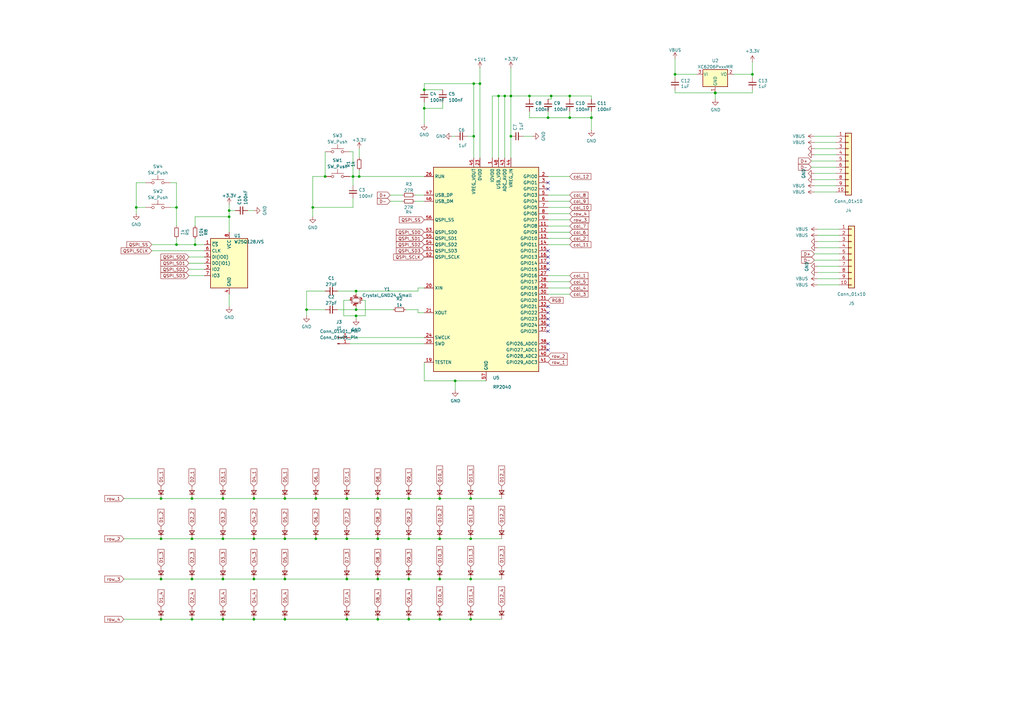
<source format=kicad_sch>
(kicad_sch (version 20230121) (generator eeschema)
  (paper "A3")
  (junction (at 66.04 237.49))
  (junction (at 224.79 48.26))
  (junction (at 167.64 204.47))
  (junction (at 116.84 254))
  (junction (at 167.64 220.98))
  (junction (at 242.57 48.26))
  (junction (at 142.24 204.47))
  (junction (at 173.99 36.83))
  (junction (at 217.17 39.37))
  (junction (at 142.24 220.98))
  (junction (at 133.35 72.39))
  (junction (at 193.04 237.49))
  (junction (at 93.98 86.36))
  (junction (at 142.24 254))
  (junction (at 78.74 254))
  (junction (at 186.69 156.21))
  (junction (at 209.55 55.88))
  (junction (at 78.74 204.47))
  (junction (at 129.54 220.98))
  (junction (at 180.34 254))
  (junction (at 144.78 72.39))
  (junction (at 293.37 38.1) (diameter 1.016))
  (junction (at 193.04 220.98))
  (junction (at 194.31 34.29))
  (junction (at 72.39 100.33))
  (junction (at 154.94 254))
  (junction (at 147.32 72.39))
  (junction (at 226.06 39.37))
  (junction (at 180.34 237.49))
  (junction (at 93.98 88.9))
  (junction (at 193.04 254))
  (junction (at 308.61 30.48))
  (junction (at 66.04 254))
  (junction (at 167.64 237.49))
  (junction (at 194.31 55.88))
  (junction (at 180.34 220.98))
  (junction (at 78.74 220.98))
  (junction (at 66.04 204.47))
  (junction (at 146.05 119.38))
  (junction (at 193.04 204.47))
  (junction (at 125.73 127))
  (junction (at 167.64 254))
  (junction (at 104.14 254))
  (junction (at 80.01 100.33))
  (junction (at 91.44 220.98))
  (junction (at 146.05 127))
  (junction (at 142.24 237.49))
  (junction (at 276.86 30.48))
  (junction (at 196.85 34.29))
  (junction (at 55.88 85.09))
  (junction (at 154.94 220.98))
  (junction (at 116.84 237.49))
  (junction (at 91.44 237.49))
  (junction (at 204.47 39.37))
  (junction (at 209.55 39.37))
  (junction (at 116.84 204.47))
  (junction (at 104.14 204.47))
  (junction (at 128.27 85.09))
  (junction (at 78.74 237.49))
  (junction (at 104.14 237.49))
  (junction (at 207.01 39.37))
  (junction (at 233.68 48.26))
  (junction (at 66.04 220.98))
  (junction (at 104.14 220.98))
  (junction (at 180.34 204.47))
  (junction (at 173.99 44.45))
  (junction (at 154.94 204.47))
  (junction (at 72.39 85.09))
  (junction (at 129.54 204.47))
  (junction (at 91.44 204.47))
  (junction (at 91.44 254))
  (junction (at 116.84 220.98))
  (junction (at 154.94 237.49))
  (junction (at 146.05 129.54))
  (junction (at 233.68 39.37))
  (no_connect (at 224.79 128.27))
  (no_connect (at 224.79 135.89))
  (no_connect (at 224.79 133.35))
  (no_connect (at 224.79 110.49))
  (no_connect (at 224.79 107.95))
  (no_connect (at 224.79 102.87))
  (no_connect (at 224.79 74.93))
  (no_connect (at 224.79 130.81))
  (no_connect (at 224.79 77.47))
  (no_connect (at 224.79 143.51))
  (no_connect (at 224.79 140.97))
  (no_connect (at 224.79 105.41))
  (no_connect (at 224.79 125.73))
  (wire (pts (xy 143.51 138.43) (xy 173.99 138.43)))
  (wire (pts (xy 160.02 82.55) (xy 165.1 82.55)))
  (wire (pts (xy 93.98 83.82) (xy 93.98 86.36)))
  (wire (pts (xy 226.06 39.37) (xy 233.68 39.37)))
  (wire (pts (xy 335.28 99.06) (xy 344.17 99.06)))
  (wire (pts (xy 233.68 120.65) (xy 224.79 120.65)))
  (wire (pts (xy 167.64 254) (xy 180.34 254)))
  (wire (pts (xy 50.8 220.98) (xy 66.04 220.98)))
  (wire (pts (xy 72.39 74.93) (xy 72.39 85.09)))
  (wire (pts (xy 335.28 114.3) (xy 344.17 114.3)))
  (wire (pts (xy 66.04 237.49) (xy 78.74 237.49)))
  (wire (pts (xy 201.93 64.77) (xy 201.93 39.37)))
  (wire (pts (xy 78.74 254) (xy 91.44 254)))
  (wire (pts (xy 334.01 106.68) (xy 344.17 106.68)))
  (wire (pts (xy 80.01 97.79) (xy 80.01 100.33)))
  (wire (pts (xy 201.93 39.37) (xy 204.47 39.37)))
  (wire (pts (xy 193.04 204.47) (xy 205.74 204.47)))
  (wire (pts (xy 171.45 128.27) (xy 173.99 128.27)))
  (wire (pts (xy 242.57 39.37) (xy 242.57 40.64)))
  (wire (pts (xy 69.85 74.93) (xy 72.39 74.93)))
  (wire (pts (xy 144.78 81.28) (xy 144.78 85.09)))
  (wire (pts (xy 209.55 39.37) (xy 209.55 27.94)))
  (wire (pts (xy 170.18 80.01) (xy 173.99 80.01)))
  (wire (pts (xy 128.27 72.39) (xy 128.27 85.09)))
  (wire (pts (xy 233.68 39.37) (xy 242.57 39.37)))
  (wire (pts (xy 138.43 119.38) (xy 146.05 119.38)))
  (wire (pts (xy 69.85 85.09) (xy 72.39 85.09)))
  (wire (pts (xy 50.8 254) (xy 66.04 254)))
  (wire (pts (xy 154.94 220.98) (xy 167.64 220.98)))
  (wire (pts (xy 335.28 111.76) (xy 344.17 111.76)))
  (wire (pts (xy 80.01 92.71) (xy 80.01 88.9)))
  (wire (pts (xy 72.39 100.33) (xy 80.01 100.33)))
  (wire (pts (xy 80.01 100.33) (xy 83.82 100.33)))
  (wire (pts (xy 233.68 90.17) (xy 224.79 90.17)))
  (wire (pts (xy 181.61 44.45) (xy 173.99 44.45)))
  (wire (pts (xy 209.55 64.77) (xy 209.55 55.88)))
  (wire (pts (xy 55.88 85.09) (xy 59.69 85.09)))
  (wire (pts (xy 83.82 110.49) (xy 77.47 110.49)))
  (wire (pts (xy 50.8 204.47) (xy 66.04 204.47)))
  (wire (pts (xy 93.98 86.36) (xy 96.52 86.36)))
  (wire (pts (xy 204.47 39.37) (xy 204.47 64.77)))
  (wire (pts (xy 129.54 220.98) (xy 142.24 220.98)))
  (wire (pts (xy 334.01 55.88) (xy 342.9 55.88)))
  (wire (pts (xy 335.28 96.52) (xy 344.17 96.52)))
  (wire (pts (xy 116.84 254) (xy 142.24 254)))
  (wire (pts (xy 276.86 30.48) (xy 276.86 31.75)))
  (wire (pts (xy 143.51 140.97) (xy 173.99 140.97)))
  (wire (pts (xy 125.73 127) (xy 125.73 129.54)))
  (wire (pts (xy 146.05 119.38) (xy 171.45 119.38)))
  (wire (pts (xy 83.82 107.95) (xy 77.47 107.95)))
  (wire (pts (xy 233.68 87.63) (xy 224.79 87.63)))
  (wire (pts (xy 154.94 204.47) (xy 167.64 204.47)))
  (wire (pts (xy 233.68 118.11) (xy 224.79 118.11)))
  (wire (pts (xy 335.28 109.22) (xy 344.17 109.22)))
  (wire (pts (xy 217.17 48.26) (xy 217.17 45.72)))
  (wire (pts (xy 207.01 39.37) (xy 209.55 39.37)))
  (wire (pts (xy 180.34 204.47) (xy 193.04 204.47)))
  (wire (pts (xy 233.68 85.09) (xy 224.79 85.09)))
  (wire (pts (xy 186.69 156.21) (xy 199.39 156.21)))
  (wire (pts (xy 128.27 85.09) (xy 128.27 88.9)))
  (wire (pts (xy 104.14 204.47) (xy 116.84 204.47)))
  (wire (pts (xy 334.01 71.12) (xy 342.9 71.12)))
  (wire (pts (xy 129.54 204.47) (xy 142.24 204.47)))
  (wire (pts (xy 55.88 74.93) (xy 55.88 85.09)))
  (wire (pts (xy 93.98 120.65) (xy 93.98 125.73)))
  (wire (pts (xy 186.69 156.21) (xy 186.69 160.02)))
  (wire (pts (xy 242.57 48.26) (xy 242.57 53.34)))
  (wire (pts (xy 144.78 72.39) (xy 144.78 76.2)))
  (wire (pts (xy 104.14 86.36) (xy 101.6 86.36)))
  (wire (pts (xy 125.73 127) (xy 133.35 127)))
  (wire (pts (xy 133.35 62.23) (xy 133.35 72.39)))
  (wire (pts (xy 146.05 127) (xy 161.29 127)))
  (wire (pts (xy 173.99 156.21) (xy 186.69 156.21)))
  (wire (pts (xy 173.99 44.45) (xy 173.99 50.8)))
  (wire (pts (xy 181.61 41.91) (xy 181.61 44.45)))
  (wire (pts (xy 66.04 220.98) (xy 78.74 220.98)))
  (wire (pts (xy 147.32 69.85) (xy 147.32 72.39)))
  (wire (pts (xy 104.14 254) (xy 116.84 254)))
  (wire (pts (xy 104.14 220.98) (xy 116.84 220.98)))
  (wire (pts (xy 185.42 55.88) (xy 186.69 55.88)))
  (wire (pts (xy 93.98 86.36) (xy 93.98 88.9)))
  (wire (pts (xy 154.94 254) (xy 167.64 254)))
  (wire (pts (xy 180.34 237.49) (xy 193.04 237.49)))
  (wire (pts (xy 173.99 36.83) (xy 181.61 36.83)))
  (wire (pts (xy 55.88 87.63) (xy 55.88 85.09)))
  (wire (pts (xy 83.82 105.41) (xy 77.47 105.41)))
  (wire (pts (xy 335.28 101.6) (xy 344.17 101.6)))
  (wire (pts (xy 116.84 220.98) (xy 129.54 220.98)))
  (wire (pts (xy 171.45 119.38) (xy 171.45 118.11)))
  (wire (pts (xy 144.78 72.39) (xy 147.32 72.39)))
  (wire (pts (xy 224.79 48.26) (xy 233.68 48.26)))
  (wire (pts (xy 160.02 80.01) (xy 165.1 80.01)))
  (wire (pts (xy 191.77 55.88) (xy 194.31 55.88)))
  (wire (pts (xy 194.31 34.29) (xy 196.85 34.29)))
  (wire (pts (xy 180.34 254) (xy 193.04 254)))
  (wire (pts (xy 233.68 92.71) (xy 224.79 92.71)))
  (wire (pts (xy 78.74 204.47) (xy 91.44 204.47)))
  (wire (pts (xy 193.04 220.98) (xy 205.74 220.98)))
  (wire (pts (xy 173.99 41.91) (xy 173.99 44.45)))
  (wire (pts (xy 233.68 48.26) (xy 233.68 45.72)))
  (wire (pts (xy 224.79 48.26) (xy 224.79 45.72)))
  (wire (pts (xy 167.64 220.98) (xy 180.34 220.98)))
  (wire (pts (xy 91.44 237.49) (xy 104.14 237.49)))
  (wire (pts (xy 214.63 55.88) (xy 218.44 55.88)))
  (wire (pts (xy 140.97 129.54) (xy 146.05 129.54)))
  (wire (pts (xy 242.57 48.26) (xy 242.57 45.72)))
  (wire (pts (xy 233.68 100.33) (xy 224.79 100.33)))
  (wire (pts (xy 308.61 38.1) (xy 293.37 38.1)))
  (wire (pts (xy 173.99 34.29) (xy 173.99 36.83)))
  (wire (pts (xy 167.64 204.47) (xy 180.34 204.47)))
  (wire (pts (xy 171.45 118.11) (xy 173.99 118.11)))
  (wire (pts (xy 143.51 62.23) (xy 144.78 62.23)))
  (wire (pts (xy 233.68 40.64) (xy 233.68 39.37)))
  (wire (pts (xy 142.24 237.49) (xy 154.94 237.49)))
  (wire (pts (xy 62.23 102.87) (xy 83.82 102.87)))
  (wire (pts (xy 128.27 72.39) (xy 133.35 72.39)))
  (wire (pts (xy 149.86 123.19) (xy 148.59 123.19)))
  (wire (pts (xy 78.74 237.49) (xy 91.44 237.49)))
  (wire (pts (xy 334.01 73.66) (xy 342.9 73.66)))
  (wire (pts (xy 276.86 30.48) (xy 285.75 30.48)))
  (wire (pts (xy 80.01 88.9) (xy 93.98 88.9)))
  (wire (pts (xy 59.69 74.93) (xy 55.88 74.93)))
  (wire (pts (xy 125.73 119.38) (xy 125.73 127)))
  (wire (pts (xy 147.32 60.96) (xy 147.32 64.77)))
  (wire (pts (xy 209.55 55.88) (xy 209.55 39.37)))
  (wire (pts (xy 233.68 72.39) (xy 224.79 72.39)))
  (wire (pts (xy 180.34 220.98) (xy 193.04 220.98)))
  (wire (pts (xy 72.39 97.79) (xy 72.39 100.33)))
  (wire (pts (xy 233.68 48.26) (xy 242.57 48.26)))
  (wire (pts (xy 144.78 62.23) (xy 144.78 72.39)))
  (wire (pts (xy 104.14 237.49) (xy 116.84 237.49)))
  (wire (pts (xy 233.68 115.57) (xy 224.79 115.57)))
  (wire (pts (xy 62.23 100.33) (xy 72.39 100.33)))
  (wire (pts (xy 140.97 123.19) (xy 140.97 129.54)))
  (wire (pts (xy 334.01 63.5) (xy 342.9 63.5)))
  (wire (pts (xy 91.44 204.47) (xy 104.14 204.47)))
  (wire (pts (xy 116.84 204.47) (xy 129.54 204.47)))
  (wire (pts (xy 93.98 88.9) (xy 93.98 95.25)))
  (wire (pts (xy 142.24 220.98) (xy 154.94 220.98)))
  (wire (pts (xy 204.47 39.37) (xy 207.01 39.37)))
  (wire (pts (xy 335.28 116.84) (xy 344.17 116.84)))
  (wire (pts (xy 167.64 237.49) (xy 180.34 237.49)))
  (wire (pts (xy 173.99 34.29) (xy 194.31 34.29)))
  (wire (pts (xy 335.28 93.98) (xy 344.17 93.98)))
  (wire (pts (xy 146.05 125.73) (xy 146.05 127)))
  (wire (pts (xy 233.68 95.25) (xy 224.79 95.25)))
  (wire (pts (xy 170.18 82.55) (xy 173.99 82.55)))
  (wire (pts (xy 276.86 24.13) (xy 276.86 30.48)))
  (wire (pts (xy 334.01 76.2) (xy 342.9 76.2)))
  (wire (pts (xy 334.01 60.96) (xy 342.9 60.96)))
  (wire (pts (xy 146.05 129.54) (xy 149.86 129.54)))
  (wire (pts (xy 217.17 39.37) (xy 226.06 39.37)))
  (wire (pts (xy 308.61 31.75) (xy 308.61 30.48)))
  (wire (pts (xy 72.39 92.71) (xy 72.39 85.09)))
  (wire (pts (xy 91.44 254) (xy 104.14 254)))
  (wire (pts (xy 332.74 68.58) (xy 342.9 68.58)))
  (wire (pts (xy 142.24 204.47) (xy 154.94 204.47)))
  (wire (pts (xy 233.68 82.55) (xy 224.79 82.55)))
  (wire (pts (xy 50.8 237.49) (xy 66.04 237.49)))
  (wire (pts (xy 276.86 36.83) (xy 276.86 38.1)))
  (wire (pts (xy 217.17 48.26) (xy 224.79 48.26)))
  (wire (pts (xy 66.04 254) (xy 78.74 254)))
  (wire (pts (xy 149.86 129.54) (xy 149.86 123.19)))
  (wire (pts (xy 334.01 104.14) (xy 344.17 104.14)))
  (wire (pts (xy 78.74 220.98) (xy 91.44 220.98)))
  (wire (pts (xy 143.51 123.19) (xy 140.97 123.19)))
  (wire (pts (xy 142.24 254) (xy 154.94 254)))
  (wire (pts (xy 233.68 97.79) (xy 224.79 97.79)))
  (wire (pts (xy 194.31 34.29) (xy 194.31 55.88)))
  (wire (pts (xy 128.27 85.09) (xy 144.78 85.09)))
  (wire (pts (xy 173.99 156.21) (xy 173.99 148.59)))
  (wire (pts (xy 133.35 119.38) (xy 125.73 119.38)))
  (wire (pts (xy 196.85 27.94) (xy 196.85 34.29)))
  (wire (pts (xy 154.94 237.49) (xy 167.64 237.49)))
  (wire (pts (xy 293.37 40.64) (xy 293.37 38.1)))
  (wire (pts (xy 138.43 127) (xy 146.05 127)))
  (wire (pts (xy 166.37 127) (xy 171.45 127)))
  (wire (pts (xy 146.05 119.38) (xy 146.05 120.65)))
  (wire (pts (xy 226.06 40.64) (xy 226.06 39.37)))
  (wire (pts (xy 193.04 237.49) (xy 205.74 237.49)))
  (wire (pts (xy 334.01 78.74) (xy 342.9 78.74)))
  (wire (pts (xy 171.45 127) (xy 171.45 128.27)))
  (wire (pts (xy 66.04 204.47) (xy 78.74 204.47)))
  (wire (pts (xy 209.55 39.37) (xy 217.17 39.37)))
  (wire (pts (xy 224.79 40.64) (xy 226.06 40.64)))
  (wire (pts (xy 83.82 113.03) (xy 77.47 113.03)))
  (wire (pts (xy 276.86 38.1) (xy 293.37 38.1)))
  (wire (pts (xy 300.99 30.48) (xy 308.61 30.48)))
  (wire (pts (xy 207.01 39.37) (xy 207.01 64.77)))
  (wire (pts (xy 147.32 72.39) (xy 173.99 72.39)))
  (wire (pts (xy 116.84 237.49) (xy 142.24 237.49)))
  (wire (pts (xy 308.61 36.83) (xy 308.61 38.1)))
  (wire (pts (xy 91.44 220.98) (xy 104.14 220.98)))
  (wire (pts (xy 193.04 254) (xy 205.74 254)))
  (wire (pts (xy 233.68 113.03) (xy 224.79 113.03)))
  (wire (pts (xy 334.01 58.42) (xy 342.9 58.42)))
  (wire (pts (xy 332.74 66.04) (xy 342.9 66.04)))
  (wire (pts (xy 233.68 80.01) (xy 224.79 80.01)))
  (wire (pts (xy 217.17 40.64) (xy 217.17 39.37)))
  (wire (pts (xy 143.51 72.39) (xy 144.78 72.39)))
  (wire (pts (xy 196.85 34.29) (xy 196.85 64.77)))
  (wire (pts (xy 194.31 55.88) (xy 194.31 64.77)))
  (wire (pts (xy 146.05 129.54) (xy 146.05 130.81)))
  (wire (pts (xy 308.61 25.4) (xy 308.61 30.48)))
  (global_label "QSPI_SD3" (shape input) (at 77.47 113.03 180) (property "Intersheetrefs" "${INTERSHEET_REFS}" (effects hide)))
  (global_label "QSPI_SD2" (shape input) (at 173.99 100.33 180) (property "Intersheetrefs" "${INTERSHEET_REFS}" (effects hide)))
  (global_label "D1_4" (shape input) (at 66.04 248.92 90) (property "Intersheetrefs" "${INTERSHEET_REFS}" (effects hide)))
  (global_label "D+" (shape input) (at 334.01 104.14 180) (property "Intersheetrefs" "${INTERSHEET_REFS}" (effects hide)))
  (global_label "D3_1" (shape input) (at 91.44 199.39 90) (property "Intersheetrefs" "${INTERSHEET_REFS}" (effects hide)))
  (global_label "col_8" (shape input) (at 233.68 80.01 0) (property "Intersheetrefs" "${INTERSHEET_REFS}" (effects hide)))
  (global_label "D3_2" (shape input) (at 91.44 215.9 90) (property "Intersheetrefs" "${INTERSHEET_REFS}" (effects hide)))
  (global_label "D-" (shape input) (at 334.01 106.68 180) (property "Intersheetrefs" "${INTERSHEET_REFS}" (effects hide)))
  (global_label "QSPI_SD0" (shape input) (at 77.47 105.41 180) (property "Intersheetrefs" "${INTERSHEET_REFS}" (effects hide)))
  (global_label "D8_4" (shape input) (at 154.94 248.92 90) (property "Intersheetrefs" "${INTERSHEET_REFS}" (effects hide)))
  (global_label "col_11" (shape input) (at 233.68 100.33 0) (property "Intersheetrefs" "${INTERSHEET_REFS}" (effects hide)))
  (global_label "QSPI_SS" (shape input) (at 62.23 100.33 180) (property "Intersheetrefs" "${INTERSHEET_REFS}" (effects hide)))
  (global_label "D2_4" (shape input) (at 78.74 248.92 90) (property "Intersheetrefs" "${INTERSHEET_REFS}" (effects hide)))
  (global_label "D4_4" (shape input) (at 104.14 248.92 90) (property "Intersheetrefs" "${INTERSHEET_REFS}" (effects hide)))
  (global_label "QSPI_SCLK" (shape input) (at 62.23 102.87 180) (property "Intersheetrefs" "${INTERSHEET_REFS}" (effects hide)))
  (global_label "QSPI_SD2" (shape input) (at 77.47 110.49 180) (property "Intersheetrefs" "${INTERSHEET_REFS}" (effects hide)))
  (global_label "D8_1" (shape input) (at 154.94 199.39 90) (property "Intersheetrefs" "${INTERSHEET_REFS}" (effects hide)))
  (global_label "D7_1" (shape input) (at 142.24 199.39 90) (property "Intersheetrefs" "${INTERSHEET_REFS}" (effects hide)))
  (global_label "D10_2" (shape input) (at 180.34 215.9 90) (property "Intersheetrefs" "${INTERSHEET_REFS}" (effects hide)))
  (global_label "D1_2" (shape input) (at 66.04 215.9 90) (property "Intersheetrefs" "${INTERSHEET_REFS}" (effects hide)))
  (global_label "D4_2" (shape input) (at 104.14 215.9 90) (property "Intersheetrefs" "${INTERSHEET_REFS}" (effects hide)))
  (global_label "D9_1" (shape input) (at 167.64 199.39 90) (property "Intersheetrefs" "${INTERSHEET_REFS}" (effects hide)))
  (global_label "D6_2" (shape input) (at 129.54 215.9 90) (property "Intersheetrefs" "${INTERSHEET_REFS}" (effects hide)))
  (global_label "D4_3" (shape input) (at 104.14 232.41 90) (property "Intersheetrefs" "${INTERSHEET_REFS}" (effects hide)))
  (global_label "QSPI_SD3" (shape input) (at 173.99 102.87 180) (property "Intersheetrefs" "${INTERSHEET_REFS}" (effects hide)))
  (global_label "D+" (shape input) (at 160.02 80.01 180) (property "Intersheetrefs" "${INTERSHEET_REFS}" (effects hide)))
  (global_label "D2_2" (shape input) (at 78.74 215.9 90) (property "Intersheetrefs" "${INTERSHEET_REFS}" (effects hide)))
  (global_label "D10_1" (shape input) (at 180.34 199.39 90) (property "Intersheetrefs" "${INTERSHEET_REFS}" (effects hide)))
  (global_label "QSPI_SD1" (shape input) (at 77.47 107.95 180) (property "Intersheetrefs" "${INTERSHEET_REFS}" (effects hide)))
  (global_label "QSPI_SS" (shape input) (at 173.99 90.17 180) (property "Intersheetrefs" "${INTERSHEET_REFS}" (effects hide)))
  (global_label "D12_3" (shape input) (at 205.74 232.41 90) (property "Intersheetrefs" "${INTERSHEET_REFS}" (effects hide)))
  (global_label "D9_4" (shape input) (at 167.64 248.92 90) (property "Intersheetrefs" "${INTERSHEET_REFS}" (effects hide)))
  (global_label "col_6" (shape input) (at 233.68 95.25 0) (property "Intersheetrefs" "${INTERSHEET_REFS}" (effects hide)))
  (global_label "row_1" (shape input) (at 224.79 148.59 0) (property "Intersheetrefs" "${INTERSHEET_REFS}" (effects hide)))
  (global_label "col_9" (shape input) (at 233.68 82.55 0) (property "Intersheetrefs" "${INTERSHEET_REFS}" (effects hide)))
  (global_label "QSPI_SD1" (shape input) (at 173.99 97.79 180) (property "Intersheetrefs" "${INTERSHEET_REFS}" (effects hide)))
  (global_label "RGB" (shape input) (at 224.79 123.19 0) (property "Intersheetrefs" "${INTERSHEET_REFS}" (effects hide)))
  (global_label "col_3" (shape input) (at 233.68 120.65 0) (property "Intersheetrefs" "${INTERSHEET_REFS}" (effects hide)))
  (global_label "D5_2" (shape input) (at 116.84 215.9 90) (property "Intersheetrefs" "${INTERSHEET_REFS}" (effects hide)))
  (global_label "D10_3" (shape input) (at 180.34 232.41 90) (property "Intersheetrefs" "${INTERSHEET_REFS}" (effects hide)))
  (global_label "col_12" (shape input) (at 233.68 72.39 0) (property "Intersheetrefs" "${INTERSHEET_REFS}" (effects hide)))
  (global_label "D11_4" (shape input) (at 193.04 248.92 90) (property "Intersheetrefs" "${INTERSHEET_REFS}" (effects hide)))
  (global_label "D7_4" (shape input) (at 142.24 248.92 90) (property "Intersheetrefs" "${INTERSHEET_REFS}" (effects hide)))
  (global_label "D-" (shape input) (at 160.02 82.55 180) (property "Intersheetrefs" "${INTERSHEET_REFS}" (effects hide)))
  (global_label "QSPI_SD0" (shape input) (at 173.99 95.25 180) (property "Intersheetrefs" "${INTERSHEET_REFS}" (effects hide)))
  (global_label "QSPI_SCLK" (shape input) (at 173.99 105.41 180) (property "Intersheetrefs" "${INTERSHEET_REFS}" (effects hide)))
  (global_label "D5_3" (shape input) (at 116.84 232.41 90) (property "Intersheetrefs" "${INTERSHEET_REFS}" (effects hide)))
  (global_label "row_3" (shape input) (at 233.68 90.17 0) (property "Intersheetrefs" "${INTERSHEET_REFS}" (effects hide)))
  (global_label "D1_3" (shape input) (at 66.04 232.41 90) (property "Intersheetrefs" "${INTERSHEET_REFS}" (effects hide)))
  (global_label "D3_3" (shape input) (at 91.44 232.41 90) (property "Intersheetrefs" "${INTERSHEET_REFS}" (effects hide)))
  (global_label "D5_1" (shape input) (at 116.84 199.39 90) (property "Intersheetrefs" "${INTERSHEET_REFS}" (effects hide)))
  (global_label "D6_1" (shape input) (at 129.54 199.39 90) (property "Intersheetrefs" "${INTERSHEET_REFS}" (effects hide)))
  (global_label "D8_2" (shape input) (at 154.94 215.9 90) (property "Intersheetrefs" "${INTERSHEET_REFS}" (effects hide)))
  (global_label "col_5" (shape input) (at 233.68 115.57 0) (property "Intersheetrefs" "${INTERSHEET_REFS}" (effects hide)))
  (global_label "row_1" (shape input) (at 50.8 204.47 180) (property "Intersheetrefs" "${INTERSHEET_REFS}" (effects hide)))
  (global_label "D12_2" (shape input) (at 205.74 215.9 90) (property "Intersheetrefs" "${INTERSHEET_REFS}" (effects hide)))
  (global_label "D12_4" (shape input) (at 205.74 248.92 90) (property "Intersheetrefs" "${INTERSHEET_REFS}" (effects hide)))
  (global_label "D11_2" (shape input) (at 193.04 215.9 90) (property "Intersheetrefs" "${INTERSHEET_REFS}" (effects hide)))
  (global_label "row_3" (shape input) (at 50.8 237.49 180) (property "Intersheetrefs" "${INTERSHEET_REFS}" (effects hide)))
  (global_label "col_1" (shape input) (at 233.68 113.03 0) (property "Intersheetrefs" "${INTERSHEET_REFS}" (effects hide)))
  (global_label "row_2" (shape input) (at 50.8 220.98 180) (property "Intersheetrefs" "${INTERSHEET_REFS}" (effects hide)))
  (global_label "D7_2" (shape input) (at 142.24 215.9 90) (property "Intersheetrefs" "${INTERSHEET_REFS}" (effects hide)))
  (global_label "row_2" (shape input) (at 224.79 146.05 0) (property "Intersheetrefs" "${INTERSHEET_REFS}" (effects hide)))
  (global_label "row_4" (shape input) (at 233.68 87.63 0) (property "Intersheetrefs" "${INTERSHEET_REFS}" (effects hide)))
  (global_label "D11_1" (shape input) (at 193.04 199.39 90) (property "Intersheetrefs" "${INTERSHEET_REFS}" (effects hide)))
  (global_label "D-" (shape input) (at 332.74 68.58 180) (property "Intersheetrefs" "${INTERSHEET_REFS}" (effects hide)))
  (global_label "D7_3" (shape input) (at 142.24 232.41 90) (property "Intersheetrefs" "${INTERSHEET_REFS}" (effects hide)))
  (global_label "D2_1" (shape input) (at 78.74 199.39 90) (property "Intersheetrefs" "${INTERSHEET_REFS}" (effects hide)))
  (global_label "row_4" (shape input) (at 50.8 254 180) (property "Intersheetrefs" "${INTERSHEET_REFS}" (effects hide)))
  (global_label "D3_4" (shape input) (at 91.44 248.92 90) (property "Intersheetrefs" "${INTERSHEET_REFS}" (effects hide)))
  (global_label "D9_3" (shape input) (at 167.64 232.41 90) (property "Intersheetrefs" "${INTERSHEET_REFS}" (effects hide)))
  (global_label "D8_3" (shape input) (at 154.94 232.41 90) (property "Intersheetrefs" "${INTERSHEET_REFS}" (effects hide)))
  (global_label "col_7" (shape input) (at 233.68 92.71 0) (property "Intersheetrefs" "${INTERSHEET_REFS}" (effects hide)))
  (global_label "D12_1" (shape input) (at 205.74 199.39 90) (property "Intersheetrefs" "${INTERSHEET_REFS}" (effects hide)))
  (global_label "D11_3" (shape input) (at 193.04 232.41 90) (property "Intersheetrefs" "${INTERSHEET_REFS}" (effects hide)))
  (global_label "D+" (shape input) (at 332.74 66.04 180) (property "Intersheetrefs" "${INTERSHEET_REFS}" (effects hide)))
  (global_label "col_4" (shape input) (at 233.68 118.11 0) (property "Intersheetrefs" "${INTERSHEET_REFS}" (effects hide)))
  (global_label "D4_1" (shape input) (at 104.14 199.39 90) (property "Intersheetrefs" "${INTERSHEET_REFS}" (effects hide)))
  (global_label "D9_2" (shape input) (at 167.64 215.9 90) (property "Intersheetrefs" "${INTERSHEET_REFS}" (effects hide)))
  (global_label "D2_3" (shape input) (at 78.74 232.41 90) (property "Intersheetrefs" "${INTERSHEET_REFS}" (effects hide)))
  (global_label "D10_4" (shape input) (at 180.34 248.92 90) (property "Intersheetrefs" "${INTERSHEET_REFS}" (effects hide)))
  (global_label "D5_4" (shape input) (at 116.84 248.92 90) (property "Intersheetrefs" "${INTERSHEET_REFS}" (effects hide)))
  (global_label "D1_1" (shape input) (at 66.04 199.39 90) (property "Intersheetrefs" "${INTERSHEET_REFS}" (effects hide)))
  (global_label "col_2" (shape input) (at 233.68 97.79 0) (property "Intersheetrefs" "${INTERSHEET_REFS}" (effects hide)))
  (global_label "col_10" (shape input) (at 233.68 85.09 0) (property "Intersheetrefs" "${INTERSHEET_REFS}" (effects hide)))
  (symbol (lib_id "Device:R_Small") (at 167.64 82.55 270) (mirror x) (unit 1)
    (property "Reference" "R4" (at 167.64 86.995 90))
    (property "Value" "27R" (at 167.64 85.09 90))
    (property "Footprint" "weteor:R_0402_HandSolder" (effects hide))
    (instances (project "qiz" (path "" (reference "R4") (unit 1))) (project "kongMX" (path "" (reference "R502") (unit 1))))
  )
  (symbol (lib_id "Device:D_Small") (at 205.74 201.93 90) (unit 1)
    (property "Reference" "D84" (effects hide))
    (property "Value" "D_Small" (effects hide))
    (property "Footprint" "weteor:D_SOD-123" (effects hide))
    (property "Sim.Device" "D" (effects hide))
    (property "Sim.Pins" "1=K 2=A" (effects hide))
    (instances (project "qiz" (path "" (reference "D84") (unit 1)) (path "" (reference "D64") (unit 1)) (path "" (reference "D144") (unit 1))))
  )
  (symbol (lib_id "power:VBUS") (at 334.01 55.88 90) (mirror x) (unit 1)
    (property "Reference" "#PWR05" (effects hide))
    (property "Value" "VBUS" (at 330.2 55.8799 90) (effects (justify left)))
    (instances (project "qiz" (path "" (reference "#PWR05") (unit 1))) (project "kongMX" (path "" (reference "#PWR018") (unit 1))) (project "usb_ad" (path "" (reference "#PWR012") (unit 1))))
  )
  (symbol (lib_id "Device:D_Small") (at 116.84 234.95 90) (unit 1)
    (property "Reference" "D62" (effects hide))
    (property "Value" "D_Small" (effects hide))
    (property "Footprint" "weteor:D_SOD-123" (effects hide))
    (property "Sim.Device" "D" (effects hide))
    (property "Sim.Pins" "1=K 2=A" (effects hide))
    (instances (project "qiz" (path "" (reference "D62") (unit 1)) (path "" (reference "D58") (unit 1)) (path "" (reference "D113") (unit 1))))
  )
  (symbol (lib_id "power:GND") (at 334.01 63.5 270) (mirror x) (unit 1)
    (property "Reference" "#PWR035" (effects hide))
    (property "Value" "GND" (effects hide))
    (instances (project "qiz" (path "" (reference "#PWR035") (unit 1))) (project "kongMX" (path "" (reference "#PWR020") (unit 1))) (project "usb_ad" (path "" (reference "#PWR010") (unit 1))))
  )
  (symbol (lib_id "power:GND") (at 146.05 130.81 0) (unit 1)
    (property "Reference" "#PWR04" (effects hide))
    (property "Value" "GND" (at 146.05 135.2534 0))
    (instances (project "qiz" (path "" (reference "#PWR04") (unit 1))) (project "kongMX" (path "" (reference "#PWR027") (unit 1))))
  )
  (symbol (lib_id "Device:D_Small") (at 129.54 218.44 90) (unit 1)
    (property "Reference" "D70" (effects hide))
    (property "Value" "D_Small" (effects hide))
    (property "Footprint" "weteor:D_SOD-123" (effects hide))
    (property "Sim.Device" "D" (effects hide))
    (property "Sim.Pins" "1=K 2=A" (effects hide))
    (instances (project "qiz" (path "" (reference "D70") (unit 1)) (path "" (reference "D59") (unit 1)) (path "" (reference "D126") (unit 1))))
  )
  (symbol (lib_id "Device:D_Small") (at 205.74 234.95 90) (unit 1)
    (property "Reference" "D84" (effects hide))
    (property "Value" "D_Small" (effects hide))
    (property "Footprint" "weteor:D_SOD-123" (effects hide))
    (property "Sim.Device" "D" (effects hide))
    (property "Sim.Pins" "1=K 2=A" (effects hide))
    (instances (project "qiz" (path "" (reference "D84") (unit 1)) (path "" (reference "D64") (unit 1)) (path "" (reference "D120") (unit 1))))
  )
  (symbol (lib_id "Device:C_Small") (at 135.89 119.38 90) (unit 1)
    (property "Reference" "C1" (at 135.8963 114.1181 90))
    (property "Value" "27pF" (at 135.8963 116.655 90))
    (property "Footprint" "weteor:C_0402_HandSolder" (effects hide))
    (instances (project "qiz" (path "" (reference "C1") (unit 1))) (project "kongMX" (path "" (reference "C511") (unit 1))))
  )
  (symbol (lib_id "Switch:SW_Push") (at 64.77 74.93 0) (unit 1)
    (property "Reference" "SW4" (at 64.77 68.3092 0))
    (property "Value" "SW_Push" (at 64.77 70.8461 0))
    (property "Footprint" "weteor:Micro_Push_Button_3x6x2.5mm" (effects hide))
    (instances (project "qiz" (path "" (reference "SW4") (unit 1))) (project "kongMX" (path "" (reference "SW550") (unit 1))))
  )
  (symbol (lib_id "Device:D_Small") (at 205.74 218.44 90) (unit 1)
    (property "Reference" "D84" (effects hide))
    (property "Value" "D_Small" (effects hide))
    (property "Footprint" "weteor:D_SOD-123" (effects hide))
    (property "Sim.Device" "D" (effects hide))
    (property "Sim.Pins" "1=K 2=A" (effects hide))
    (instances (project "qiz" (path "" (reference "D84") (unit 1)) (path "" (reference "D64") (unit 1)) (path "" (reference "D132") (unit 1))))
  )
  (symbol (lib_id "Device:D_Small") (at 193.04 251.46 90) (unit 1)
    (property "Reference" "D84" (effects hide))
    (property "Value" "D_Small" (effects hide))
    (property "Footprint" "weteor:D_SOD-123" (effects hide))
    (property "Sim.Device" "D" (effects hide))
    (property "Sim.Pins" "1=K 2=A" (effects hide))
    (instances (project "qiz" (path "" (reference "D84") (unit 1)) (path "" (reference "D64") (unit 1)) (path "" (reference "D11") (unit 1))))
  )
  (symbol (lib_id "Device:D_Small") (at 78.74 218.44 90) (unit 1)
    (property "Reference" "D50" (effects hide))
    (property "Value" "D_Small" (effects hide))
    (property "Footprint" "weteor:D_SOD-123" (effects hide))
    (property "Sim.Device" "D" (effects hide))
    (property "Sim.Pins" "1=K 2=A" (effects hide))
    (instances (project "qiz" (path "" (reference "D50") (unit 1)) (path "" (reference "D55") (unit 1)) (path "" (reference "D122") (unit 1))))
  )
  (symbol (lib_id "Device:R_Small") (at 147.32 67.31 0) (unit 1)
    (property "Reference" "R1" (at 142.875 67.31 90))
    (property "Value" "1k" (at 144.78 67.31 90))
    (property "Footprint" "weteor:R_0402_HandSolder" (effects hide))
    (instances (project "qiz" (path "" (reference "R1") (unit 1))) (project "kongMX" (path "" (reference "R505") (unit 1))))
  )
  (symbol (lib_id "power:GND") (at 128.27 88.9 0) (unit 1)
    (property "Reference" "#PWR01" (effects hide))
    (property "Value" "GND" (at 128.27 93.3434 0))
  )
  (symbol (lib_id "Device:C_Small") (at 217.17 43.18 0) (unit 1)
    (property "Reference" "C8" (at 219.4941 42.3516 0) (effects (justify left)))
    (property "Value" "100nF" (at 219.4941 44.8885 0) (effects (justify left)))
    (property "Footprint" "weteor:C_0402_HandSolder" (effects hide))
    (instances (project "qiz" (path "" (reference "C8") (unit 1))) (project "kongMX" (path "" (reference "C513") (unit 1))))
  )
  (symbol (lib_id "Device:D_Small") (at 66.04 201.93 90) (unit 1)
    (property "Reference" "D35" (effects hide))
    (property "Value" "D_Small" (effects hide))
    (property "Footprint" "weteor:D_SOD-123" (effects hide))
    (property "Sim.Device" "D" (effects hide))
    (property "Sim.Pins" "1=K 2=A" (effects hide))
    (instances (project "qiz" (path "" (reference "D35") (unit 1)) (path "" (reference "D54") (unit 1)) (path "" (reference "D133") (unit 1))))
  )
  (symbol (lib_id "Device:C_Small") (at 276.86 34.29 0) (unit 1)
    (property "Reference" "C12" (at 279.1968 33.1216 0) (effects (justify left)))
    (property "Value" "1uF" (at 279.1968 35.433 0) (effects (justify left)))
    (property "Footprint" "weteor:C_0402_HandSolder" (effects hide))
    (instances (project "qiz" (path "" (reference "C12") (unit 1))) (project "kongMX" (path "" (reference "C500") (unit 1))))
  )
  (symbol (lib_id "Device:D_Small") (at 91.44 251.46 90) (unit 1)
    (property "Reference" "D54" (effects hide))
    (property "Value" "D_Small" (effects hide))
    (property "Footprint" "weteor:D_SOD-123" (effects hide))
    (property "Sim.Device" "D" (effects hide))
    (property "Sim.Pins" "1=K 2=A" (effects hide))
    (instances (project "qiz" (path "" (reference "D54") (unit 1)) (path "" (reference "D56") (unit 1)) (path "" (reference "D3") (unit 1))))
  )
  (symbol (lib_id "Device:D_Small") (at 78.74 251.46 90) (unit 1)
    (property "Reference" "D50" (effects hide))
    (property "Value" "D_Small" (effects hide))
    (property "Footprint" "weteor:D_SOD-123" (effects hide))
    (property "Sim.Device" "D" (effects hide))
    (property "Sim.Pins" "1=K 2=A" (effects hide))
    (instances (project "qiz" (path "" (reference "D50") (unit 1)) (path "" (reference "D55") (unit 1)) (path "" (reference "D2") (unit 1))))
  )
  (symbol (lib_id "Device:D_Small") (at 142.24 201.93 90) (unit 1)
    (property "Reference" "D73" (effects hide))
    (property "Value" "D_Small" (effects hide))
    (property "Footprint" "weteor:D_SOD-123" (effects hide))
    (property "Sim.Device" "D" (effects hide))
    (property "Sim.Pins" "1=K 2=A" (effects hide))
    (instances (project "qiz" (path "" (reference "D73") (unit 1)) (path "" (reference "D60") (unit 1)) (path "" (reference "D139") (unit 1))))
  )
  (symbol (lib_id "Device:D_Small") (at 66.04 218.44 90) (unit 1)
    (property "Reference" "D35" (effects hide))
    (property "Value" "D_Small" (effects hide))
    (property "Footprint" "weteor:D_SOD-123" (effects hide))
    (property "Sim.Device" "D" (effects hide))
    (property "Sim.Pins" "1=K 2=A" (effects hide))
    (instances (project "qiz" (path "" (reference "D35") (unit 1)) (path "" (reference "D54") (unit 1)) (path "" (reference "D121") (unit 1))))
  )
  (symbol (lib_id "power:+3.3V") (at 147.32 60.96 0) (unit 1)
    (property "Reference" "#PWR03" (effects hide))
    (property "Value" "+3.3V" (at 147.32 57.3842 0))
  )
  (symbol (lib_id "Device:D_Small") (at 66.04 234.95 90) (unit 1)
    (property "Reference" "D35" (effects hide))
    (property "Value" "D_Small" (effects hide))
    (property "Footprint" "weteor:D_SOD-123" (effects hide))
    (property "Sim.Device" "D" (effects hide))
    (property "Sim.Pins" "1=K 2=A" (effects hide))
    (instances (project "qiz" (path "" (reference "D35") (unit 1)) (path "" (reference "D54") (unit 1)) (path "" (reference "D109") (unit 1))))
  )
  (symbol (lib_id "Memory_Flash:W25Q128JVS") (at 93.98 107.95 0) (unit 1)
    (property "Reference" "U1" (at 95.9994 96.6302 0) (effects (justify left)))
    (property "Value" "W25Q128JVS" (at 95.9994 99.1671 0) (effects (justify left)))
    (property "Footprint" "Package_SON:WSON-8-1EP_6x5mm_P1.27mm_EP3.4x4mm" (effects hide))
    (property "Datasheet" "http://www.winbond.com/resource-files/w25q128jv_dtr%20revc%2003272018%20plus.pdf" (effects hide))
    (instances (project "qiz" (path "" (reference "U1") (unit 1))) (project "kongMX" (path "" (reference "U502") (unit 1))))
  )
  (symbol (lib_id "Device:D_Small") (at 104.14 201.93 90) (unit 1)
    (property "Reference" "D58" (effects hide))
    (property "Value" "D_Small" (effects hide))
    (property "Footprint" "weteor:D_SOD-123" (effects hide))
    (property "Sim.Device" "D" (effects hide))
    (property "Sim.Pins" "1=K 2=A" (effects hide))
    (instances (project "qiz" (path "" (reference "D58") (unit 1)) (path "" (reference "D57") (unit 1)) (path "" (reference "D136") (unit 1))))
  )
  (symbol (lib_id "Switch:SW_Push") (at 64.77 85.09 0) (unit 1)
    (property "Reference" "SW2" (at 64.77 78.4692 0))
    (property "Value" "SW_Push" (at 64.77 81.0061 0))
    (property "Footprint" "weteor:Micro_Push_Button_3x6x2.5mm" (effects hide))
    (instances (project "qiz" (path "" (reference "SW2") (unit 1))) (project "kongMX" (path "" (reference "SW550") (unit 1))))
  )
  (symbol (lib_id "Device:C_Small") (at 224.79 43.18 0) (unit 1)
    (property "Reference" "C9" (at 227.1141 42.3516 0) (effects (justify left)))
    (property "Value" "100nF" (at 227.1141 44.8885 0) (effects (justify left)))
    (property "Footprint" "weteor:C_0402_HandSolder" (effects hide))
    (instances (project "qiz" (path "" (reference "C9") (unit 1))) (project "kongMX" (path "" (reference "C507") (unit 1))))
  )
  (symbol (lib_id "Device:D_Small") (at 167.64 234.95 90) (unit 1)
    (property "Reference" "D80" (effects hide))
    (property "Value" "D_Small" (effects hide))
    (property "Footprint" "weteor:D_SOD-123" (effects hide))
    (property "Sim.Device" "D" (effects hide))
    (property "Sim.Pins" "1=K 2=A" (effects hide))
    (instances (project "qiz" (path "" (reference "D80") (unit 1)) (path "" (reference "D62") (unit 1)) (path "" (reference "D117") (unit 1))))
  )
  (symbol (lib_id "power:GND") (at 334.01 73.66 270) (unit 1)
    (property "Reference" "#PWR037" (effects hide))
    (property "Value" "GND" (effects hide))
    (instances (project "qiz" (path "" (reference "#PWR037") (unit 1))) (project "kongMX" (path "" (reference "#PWR020") (unit 1))) (project "usb_ad" (path "" (reference "#PWR015") (unit 1))))
  )
  (symbol (lib_id "power:GND") (at 104.14 86.36 90) (unit 1)
    (property "Reference" "#PWR030" (effects hide))
    (property "Value" "GND" (at 108.5834 86.36 0))
    (instances (project "qiz" (path "" (reference "#PWR030") (unit 1))) (project "kongMX" (path "" (reference "#PWR025") (unit 1))))
  )
  (symbol (lib_id "power:GND") (at 186.69 160.02 0) (unit 1)
    (property "Reference" "#PWR014" (effects hide))
    (property "Value" "GND" (at 186.817 164.4142 0))
    (instances (project "qiz" (path "" (reference "#PWR014") (unit 1))) (project "kongMX" (path "" (reference "#PWR010") (unit 1))))
  )
  (symbol (lib_id "Device:D_Small") (at 205.74 251.46 90) (unit 1)
    (property "Reference" "D84" (effects hide))
    (property "Value" "D_Small" (effects hide))
    (property "Footprint" "weteor:D_SOD-123" (effects hide))
    (property "Sim.Device" "D" (effects hide))
    (property "Sim.Pins" "1=K 2=A" (effects hide))
    (instances (project "qiz" (path "" (reference "D84") (unit 1)) (path "" (reference "D64") (unit 1)) (path "" (reference "D108") (unit 1))))
  )
  (symbol (lib_id "Device:D_Small") (at 154.94 201.93 90) (unit 1)
    (property "Reference" "D76" (effects hide))
    (property "Value" "D_Small" (effects hide))
    (property "Footprint" "weteor:D_SOD-123" (effects hide))
    (property "Sim.Device" "D" (effects hide))
    (property "Sim.Pins" "1=K 2=A" (effects hide))
    (instances (project "qiz" (path "" (reference "D76") (unit 1)) (path "" (reference "D61") (unit 1)) (path "" (reference "D140") (unit 1))))
  )
  (symbol (lib_id "Device:D_Small") (at 142.24 234.95 90) (unit 1)
    (property "Reference" "D73" (effects hide))
    (property "Value" "D_Small" (effects hide))
    (property "Footprint" "weteor:D_SOD-123" (effects hide))
    (property "Sim.Device" "D" (effects hide))
    (property "Sim.Pins" "1=K 2=A" (effects hide))
    (instances (project "qiz" (path "" (reference "D73") (unit 1)) (path "" (reference "D60") (unit 1)) (path "" (reference "D115") (unit 1))))
  )
  (symbol (lib_id "power:VBUS") (at 335.28 96.52 90) (mirror x) (unit 1)
    (property "Reference" "#PWR041" (effects hide))
    (property "Value" "VBUS" (at 331.47 96.5199 90) (effects (justify left)))
    (instances (project "qiz" (path "" (reference "#PWR041") (unit 1))) (project "kongMX" (path "" (reference "#PWR018") (unit 1))) (project "usb_ad" (path "" (reference "#PWR011") (unit 1))))
  )
  (symbol (lib_id "Device:R_Small") (at 72.39 95.25 180) (unit 1)
    (property "Reference" "R5" (at 76.835 95.25 90))
    (property "Value" "1k" (at 74.93 95.25 90))
    (property "Footprint" "weteor:R_0402_HandSolder" (effects hide))
    (instances (project "qiz" (path "" (reference "R5") (unit 1))) (project "kongMX" (path "" (reference "R506") (unit 1))))
  )
  (symbol (lib_id "Device:C_Small") (at 233.68 43.18 0) (unit 1)
    (property "Reference" "C10" (at 236.0041 42.3516 0) (effects (justify left)))
    (property "Value" "100nF" (at 236.0041 44.8885 0) (effects (justify left)))
    (property "Footprint" "weteor:C_0402_HandSolder" (effects hide))
    (instances (project "qiz" (path "" (reference "C10") (unit 1))) (project "kongMX" (path "" (reference "C502") (unit 1))))
  )
  (symbol (lib_id "Device:D_Small") (at 180.34 218.44 90) (unit 1)
    (property "Reference" "D66" (effects hide))
    (property "Value" "D_Small" (effects hide))
    (property "Footprint" "weteor:D_SOD-123" (effects hide))
    (property "Sim.Device" "D" (effects hide))
    (property "Sim.Pins" "1=K 2=A" (effects hide))
    (instances (project "qiz" (path "" (reference "D66") (unit 1)) (path "" (reference "D63") (unit 1)) (path "" (reference "D130") (unit 1))))
  )
  (symbol (lib_id "Connector_Generic:Conn_01x10") (at 349.25 104.14 0) (unit 1)
    (property "Reference" "J5" (at 349.25 124.46 0))
    (property "Value" "Conn_01x10" (at 349.25 120.65 0))
    (property "Footprint" "weteor:FCC 1x10 - JUSHUO AFC01-S10FCA-00" (effects hide))
    (instances (project "qiz" (path "" (reference "J5") (unit 1))) (project "usb_ad" (path "" (reference "J2") (unit 1))))
  )
  (symbol (lib_id "Device:C_Small") (at 181.61 39.37 0) (unit 1)
    (property "Reference" "C5" (at 183.9341 38.5416 0) (effects (justify left)))
    (property "Value" "100nF" (at 183.9341 41.0785 0) (effects (justify left)))
    (property "Footprint" "weteor:C_0402_HandSolder" (effects hide))
    (instances (project "qiz" (path "" (reference "C5") (unit 1))) (project "kongMX" (path "" (reference "C506") (unit 1))))
  )
  (symbol (lib_id "Device:D_Small") (at 116.84 251.46 90) (unit 1)
    (property "Reference" "D62" (effects hide))
    (property "Value" "D_Small" (effects hide))
    (property "Footprint" "weteor:D_SOD-123" (effects hide))
    (property "Sim.Device" "D" (effects hide))
    (property "Sim.Pins" "1=K 2=A" (effects hide))
    (instances (project "qiz" (path "" (reference "D62") (unit 1)) (path "" (reference "D58") (unit 1)) (path "" (reference "D5") (unit 1))))
  )
  (symbol (lib_id "Device:D_Small") (at 78.74 201.93 90) (unit 1)
    (property "Reference" "D50" (effects hide))
    (property "Value" "D_Small" (effects hide))
    (property "Footprint" "weteor:D_SOD-123" (effects hide))
    (property "Sim.Device" "D" (effects hide))
    (property "Sim.Pins" "1=K 2=A" (effects hide))
    (instances (project "qiz" (path "" (reference "D50") (unit 1)) (path "" (reference "D55") (unit 1)) (path "" (reference "D134") (unit 1))))
  )
  (symbol (lib_id "Device:D_Small") (at 193.04 218.44 90) (unit 1)
    (property "Reference" "D84" (effects hide))
    (property "Value" "D_Small" (effects hide))
    (property "Footprint" "weteor:D_SOD-123" (effects hide))
    (property "Sim.Device" "D" (effects hide))
    (property "Sim.Pins" "1=K 2=A" (effects hide))
    (instances (project "qiz" (path "" (reference "D84") (unit 1)) (path "" (reference "D64") (unit 1)) (path "" (reference "D131") (unit 1))))
  )
  (symbol (lib_id "Device:D_Small") (at 180.34 251.46 90) (unit 1)
    (property "Reference" "D66" (effects hide))
    (property "Value" "D_Small" (effects hide))
    (property "Footprint" "weteor:D_SOD-123" (effects hide))
    (property "Sim.Device" "D" (effects hide))
    (property "Sim.Pins" "1=K 2=A" (effects hide))
    (instances (project "qiz" (path "" (reference "D66") (unit 1)) (path "" (reference "D63") (unit 1)) (path "" (reference "D10") (unit 1))))
  )
  (symbol (lib_id "Device:D_Small") (at 154.94 251.46 90) (unit 1)
    (property "Reference" "D76" (effects hide))
    (property "Value" "D_Small" (effects hide))
    (property "Footprint" "weteor:D_SOD-123" (effects hide))
    (property "Sim.Device" "D" (effects hide))
    (property "Sim.Pins" "1=K 2=A" (effects hide))
    (instances (project "qiz" (path "" (reference "D76") (unit 1)) (path "" (reference "D61") (unit 1)) (path "" (reference "D8") (unit 1))))
  )
  (symbol (lib_id "MCU_RaspberryPi:RP2040") (at 199.39 110.49 0) (unit 1)
    (property "Reference" "U5" (at 202.1203 154.94 0) (effects (justify left)))
    (property "Value" "RP2040" (at 202.1203 158.75 0) (effects (justify left)))
    (property "Footprint" "Package_DFN_QFN:QFN-56-1EP_7x7mm_P0.4mm_EP3.2x3.2mm" (effects hide))
    (property "Datasheet" "https://datasheets.raspberrypi.com/rp2040/rp2040-datasheet.pdf" (effects hide))
  )
  (symbol (lib_id "Device:D_Small") (at 180.34 201.93 90) (unit 1)
    (property "Reference" "D66" (effects hide))
    (property "Value" "D_Small" (effects hide))
    (property "Footprint" "weteor:D_SOD-123" (effects hide))
    (property "Sim.Device" "D" (effects hide))
    (property "Sim.Pins" "1=K 2=A" (effects hide))
    (instances (project "qiz" (path "" (reference "D66") (unit 1)) (path "" (reference "D63") (unit 1)) (path "" (reference "D142") (unit 1))))
  )
  (symbol (lib_id "Device:D_Small") (at 91.44 201.93 90) (unit 1)
    (property "Reference" "D54" (effects hide))
    (property "Value" "D_Small" (effects hide))
    (property "Footprint" "weteor:D_SOD-123" (effects hide))
    (property "Sim.Device" "D" (effects hide))
    (property "Sim.Pins" "1=K 2=A" (effects hide))
    (instances (project "qiz" (path "" (reference "D54") (unit 1)) (path "" (reference "D56") (unit 1)) (path "" (reference "D135") (unit 1))))
  )
  (symbol (lib_id "power:GND") (at 218.44 55.88 90) (unit 1)
    (property "Reference" "#PWR011" (effects hide))
    (property "Value" "GND" (at 222.8834 55.88 0))
    (instances (project "qiz" (path "" (reference "#PWR011") (unit 1))) (project "kongMX" (path "" (reference "#PWR09") (unit 1))))
  )
  (symbol (lib_id "Device:Crystal_GND24_Small") (at 146.05 123.19 270) (unit 1)
    (property "Reference" "Y1" (at 158.7689 118.6011 90))
    (property "Value" "Crystal_GND24_Small" (at 158.7689 121.138 90))
    (property "Footprint" "Crystal:Crystal_SMD_2520-4Pin_2.5x2.0mm" (effects hide))
    (instances (project "qiz" (path "" (reference "Y1") (unit 1))) (project "kongMX" (path "" (reference "Y500") (unit 1))))
  )
  (symbol (lib_id "power:GND") (at 335.28 101.6 270) (mirror x) (unit 1)
    (property "Reference" "#PWR043" (effects hide))
    (property "Value" "GND" (effects hide))
    (instances (project "qiz" (path "" (reference "#PWR043") (unit 1))) (project "kongMX" (path "" (reference "#PWR020") (unit 1))) (project "usb_ad" (path "" (reference "#PWR010") (unit 1))))
  )
  (symbol (lib_id "Device:D_Small") (at 154.94 218.44 90) (unit 1)
    (property "Reference" "D76" (effects hide))
    (property "Value" "D_Small" (effects hide))
    (property "Footprint" "weteor:D_SOD-123" (effects hide))
    (property "Sim.Device" "D" (effects hide))
    (property "Sim.Pins" "1=K 2=A" (effects hide))
    (instances (project "qiz" (path "" (reference "D76") (unit 1)) (path "" (reference "D61") (unit 1)) (path "" (reference "D128") (unit 1))))
  )
  (symbol (lib_id "Device:R_Small") (at 80.01 95.25 180) (unit 1)
    (property "Reference" "R8" (at 84.455 95.25 90))
    (property "Value" "10k" (at 82.55 95.25 90))
    (property "Footprint" "weteor:R_0402_HandSolder" (effects hide))
    (instances (project "qiz" (path "" (reference "R8") (unit 1))) (project "kongMX" (path "" (reference "R507") (unit 1))))
  )
  (symbol (lib_id "Device:D_Small") (at 193.04 234.95 90) (unit 1)
    (property "Reference" "D84" (effects hide))
    (property "Value" "D_Small" (effects hide))
    (property "Footprint" "weteor:D_SOD-123" (effects hide))
    (property "Sim.Device" "D" (effects hide))
    (property "Sim.Pins" "1=K 2=A" (effects hide))
    (instances (project "qiz" (path "" (reference "D84") (unit 1)) (path "" (reference "D64") (unit 1)) (path "" (reference "D119") (unit 1))))
  )
  (symbol (lib_id "power:GND") (at 55.88 87.63 0) (unit 1)
    (property "Reference" "#PWR015" (effects hide))
    (property "Value" "GND" (at 55.88 92.0734 0))
    (instances (project "qiz" (path "" (reference "#PWR015") (unit 1))) (project "kongMX" (path "" (reference "#PWR019") (unit 1))))
  )
  (symbol (lib_id "Device:D_Small") (at 116.84 218.44 90) (unit 1)
    (property "Reference" "D62" (effects hide))
    (property "Value" "D_Small" (effects hide))
    (property "Footprint" "weteor:D_SOD-123" (effects hide))
    (property "Sim.Device" "D" (effects hide))
    (property "Sim.Pins" "1=K 2=A" (effects hide))
    (instances (project "qiz" (path "" (reference "D62") (unit 1)) (path "" (reference "D58") (unit 1)) (path "" (reference "D125") (unit 1))))
  )
  (symbol (lib_id "power:GND") (at 335.28 111.76 270) (unit 1)
    (property "Reference" "#PWR045" (effects hide))
    (property "Value" "GND" (effects hide))
    (instances (project "qiz" (path "" (reference "#PWR045") (unit 1))) (project "kongMX" (path "" (reference "#PWR020") (unit 1))) (project "usb_ad" (path "" (reference "#PWR015") (unit 1))))
  )
  (symbol (lib_id "Switch:SW_Push") (at 138.43 62.23 0) (unit 1)
    (property "Reference" "SW3" (at 138.43 55.6092 0))
    (property "Value" "SW_Push" (at 138.43 58.1461 0))
    (property "Footprint" "weteor:Micro_Push_Button_3x6x2.5mm" (effects hide))
    (instances (project "qiz" (path "" (reference "SW3") (unit 1))) (project "kongMX" (path "" (reference "SW551") (unit 1))))
  )
  (symbol (lib_id "Device:D_Small") (at 142.24 251.46 90) (unit 1)
    (property "Reference" "D73" (effects hide))
    (property "Value" "D_Small" (effects hide))
    (property "Footprint" "weteor:D_SOD-123" (effects hide))
    (property "Sim.Device" "D" (effects hide))
    (property "Sim.Pins" "1=K 2=A" (effects hide))
    (instances (project "qiz" (path "" (reference "D73") (unit 1)) (path "" (reference "D60") (unit 1)) (path "" (reference "D7") (unit 1))))
  )
  (symbol (lib_id "power:GND") (at 335.28 109.22 270) (unit 1)
    (property "Reference" "#PWR044" (effects hide))
    (property "Value" "GND" (at 330.8858 109.347 0))
    (instances (project "qiz" (path "" (reference "#PWR044") (unit 1))) (project "kongMX" (path "" (reference "#PWR020") (unit 1))) (project "usb_ad" (path "" (reference "#PWR014") (unit 1))))
  )
  (symbol (lib_id "Connector:Conn_01x01_Pin") (at 138.43 138.43 0) (unit 1)
    (property "Reference" "J3" (at 139.065 132.08 0))
    (property "Value" "Conn_01x01_Pin" (at 139.065 135.89 0))
    (property "Footprint" "TestPoint:TestPoint_Pad_2.0x2.0mm" (effects hide))
  )
  (symbol (lib_id "power:+3.3V") (at 308.61 25.4 0) (unit 1)
    (property "Reference" "#PWR019" (effects hide))
    (property "Value" "+3.3V" (at 308.61 20.955 0))
    (instances (project "qiz" (path "" (reference "#PWR019") (unit 1))) (project "kongMX" (path "" (reference "#PWR017") (unit 1))))
  )
  (symbol (lib_id "power:VBUS") (at 334.01 58.42 90) (mirror x) (unit 1)
    (property "Reference" "#PWR023" (effects hide))
    (property "Value" "VBUS" (at 330.2 58.4199 90) (effects (justify left)))
    (instances (project "qiz" (path "" (reference "#PWR023") (unit 1))) (project "kongMX" (path "" (reference "#PWR018") (unit 1))) (project "usb_ad" (path "" (reference "#PWR011") (unit 1))))
  )
  (symbol (lib_id "Device:C_Small") (at 212.09 55.88 90) (unit 1)
    (property "Reference" "C7" (at 211.2616 53.5559 0) (effects (justify left)))
    (property "Value" "1uF" (at 213.7985 53.5559 0) (effects (justify left)))
    (property "Footprint" "weteor:C_0402_HandSolder" (effects hide))
    (instances (project "qiz" (path "" (reference "C7") (unit 1))) (project "kongMX" (path "" (reference "C503") (unit 1))))
  )
  (symbol (lib_id "Device:C_Small") (at 99.06 86.36 90) (unit 1)
    (property "Reference" "C14" (at 98.2316 84.0359 0) (effects (justify left)))
    (property "Value" "100nF" (at 100.7685 84.0359 0) (effects (justify left)))
    (property "Footprint" "weteor:C_0402_HandSolder" (effects hide))
    (instances (project "qiz" (path "" (reference "C14") (unit 1))) (project "kongMX" (path "" (reference "C504") (unit 1))))
  )
  (symbol (lib_id "Regulator_Linear:XC6206PxxxMR") (at 293.37 30.48 0) (unit 1)
    (property "Reference" "U2" (at 293.37 24.8752 0))
    (property "Value" "XC6206PxxxMR" (at 293.37 27.4121 0))
    (property "Footprint" "Package_TO_SOT_SMD:SOT-23-3" (effects hide))
    (property "Datasheet" "https://www.torexsemi.com/file/xc6206/XC6206.pdf" (effects hide))
    (instances (project "qiz" (path "" (reference "U2") (unit 1))) (project "kongMX" (path "" (reference "U500") (unit 1))))
  )
  (symbol (lib_id "Device:D_Small") (at 180.34 234.95 90) (unit 1)
    (property "Reference" "D66" (effects hide))
    (property "Value" "D_Small" (effects hide))
    (property "Footprint" "weteor:D_SOD-123" (effects hide))
    (property "Sim.Device" "D" (effects hide))
    (property "Sim.Pins" "1=K 2=A" (effects hide))
    (instances (project "qiz" (path "" (reference "D66") (unit 1)) (path "" (reference "D63") (unit 1)) (path "" (reference "D118") (unit 1))))
  )
  (symbol (lib_id "Device:D_Small") (at 66.04 251.46 90) (unit 1)
    (property "Reference" "D35" (effects hide))
    (property "Value" "D_Small" (effects hide))
    (property "Footprint" "weteor:D_SOD-123" (effects hide))
    (property "Sim.Device" "D" (effects hide))
    (property "Sim.Pins" "1=K 2=A" (effects hide))
    (instances (project "qiz" (path "" (reference "D35") (unit 1)) (path "" (reference "D54") (unit 1)) (path "" (reference "D1") (unit 1))))
  )
  (symbol (lib_id "power:GND") (at 334.01 60.96 270) (mirror x) (unit 1)
    (property "Reference" "#PWR034" (effects hide))
    (property "Value" "GND" (effects hide))
    (instances (project "qiz" (path "" (reference "#PWR034") (unit 1))) (project "kongMX" (path "" (reference "#PWR020") (unit 1))) (project "usb_ad" (path "" (reference "#PWR05") (unit 1))))
  )
  (symbol (lib_id "Device:C_Small") (at 144.78 78.74 0) (unit 1)
    (property "Reference" "C3" (at 147.1041 77.9116 0) (effects (justify left)))
    (property "Value" "100nF" (at 147.1041 80.4485 0) (effects (justify left)))
    (property "Footprint" "weteor:C_0402_HandSolder" (effects hide))
    (instances (project "qiz" (path "" (reference "C3") (unit 1))) (project "kongMX" (path "" (reference "C509") (unit 1))))
  )
  (symbol (lib_id "Device:D_Small") (at 167.64 251.46 90) (unit 1)
    (property "Reference" "D80" (effects hide))
    (property "Value" "D_Small" (effects hide))
    (property "Footprint" "weteor:D_SOD-123" (effects hide))
    (property "Sim.Device" "D" (effects hide))
    (property "Sim.Pins" "1=K 2=A" (effects hide))
    (instances (project "qiz" (path "" (reference "D80") (unit 1)) (path "" (reference "D62") (unit 1)) (path "" (reference "D9") (unit 1))))
  )
  (symbol (lib_id "Device:D_Small") (at 116.84 201.93 90) (unit 1)
    (property "Reference" "D62" (effects hide))
    (property "Value" "D_Small" (effects hide))
    (property "Footprint" "weteor:D_SOD-123" (effects hide))
    (property "Sim.Device" "D" (effects hide))
    (property "Sim.Pins" "1=K 2=A" (effects hide))
    (instances (project "qiz" (path "" (reference "D62") (unit 1)) (path "" (reference "D58") (unit 1)) (path "" (reference "D137") (unit 1))))
  )
  (symbol (lib_id "Device:D_Small") (at 129.54 201.93 90) (unit 1)
    (property "Reference" "D62" (effects hide))
    (property "Value" "D_Small" (effects hide))
    (property "Footprint" "weteor:D_SOD-123" (effects hide))
    (property "Sim.Device" "D" (effects hide))
    (property "Sim.Pins" "1=K 2=A" (effects hide))
    (instances (project "qiz" (path "" (reference "D62") (unit 1)) (path "" (reference "D58") (unit 1)) (path "" (reference "D6") (unit 1))))
  )
  (symbol (lib_id "Connector_Generic:Conn_01x10") (at 347.98 66.04 0) (unit 1)
    (property "Reference" "J4" (at 347.98 86.36 0))
    (property "Value" "Conn_01x10" (at 347.98 82.55 0))
    (property "Footprint" "weteor:FCC 1x10 - JUSHUO AFC01-S10FCA-00" (effects hide))
    (instances (project "qiz" (path "" (reference "J4") (unit 1))) (project "usb_ad" (path "" (reference "J2") (unit 1))))
  )
  (symbol (lib_id "Device:D_Small") (at 167.64 201.93 90) (unit 1)
    (property "Reference" "D80" (effects hide))
    (property "Value" "D_Small" (effects hide))
    (property "Footprint" "weteor:D_SOD-123" (effects hide))
    (property "Sim.Device" "D" (effects hide))
    (property "Sim.Pins" "1=K 2=A" (effects hide))
    (instances (project "qiz" (path "" (reference "D80") (unit 1)) (path "" (reference "D62") (unit 1)) (path "" (reference "D141") (unit 1))))
  )
  (symbol (lib_id "power:VBUS") (at 334.01 78.74 90) (unit 1)
    (property "Reference" "#PWR039" (effects hide))
    (property "Value" "VBUS" (at 330.2 78.7401 90) (effects (justify left)))
    (instances (project "qiz" (path "" (reference "#PWR039") (unit 1))) (project "kongMX" (path "" (reference "#PWR018") (unit 1))) (project "usb_ad" (path "" (reference "#PWR013") (unit 1))))
  )
  (symbol (lib_id "Device:R_Small") (at 167.64 80.01 270) (mirror x) (unit 1)
    (property "Reference" "R3" (at 167.64 75.5736 90))
    (property "Value" "27R" (at 167.64 78.1105 90))
    (property "Footprint" "weteor:R_0402_HandSolder" (effects hide))
    (instances (project "qiz" (path "" (reference "R3") (unit 1))) (project "kongMX" (path "" (reference "R503") (unit 1))))
  )
  (symbol (lib_id "power:VBUS") (at 276.86 24.13 0) (unit 1)
    (property "Reference" "#PWR017" (effects hide))
    (property "Value" "VBUS" (at 276.86 20.5542 0))
    (instances (project "qiz" (path "" (reference "#PWR017") (unit 1))) (project "kongMX" (path "" (reference "#PWR014") (unit 1))))
  )
  (symbol (lib_id "power:GND") (at 242.57 53.34 0) (unit 1)
    (property "Reference" "#PWR016" (effects hide))
    (property "Value" "GND" (at 242.57 57.7834 0))
    (instances (project "qiz" (path "" (reference "#PWR016") (unit 1))) (project "kongMX" (path "" (reference "#PWR012") (unit 1))))
  )
  (symbol (lib_id "Device:D_Small") (at 91.44 218.44 90) (unit 1)
    (property "Reference" "D54" (effects hide))
    (property "Value" "D_Small" (effects hide))
    (property "Footprint" "weteor:D_SOD-123" (effects hide))
    (property "Sim.Device" "D" (effects hide))
    (property "Sim.Pins" "1=K 2=A" (effects hide))
    (instances (project "qiz" (path "" (reference "D54") (unit 1)) (path "" (reference "D56") (unit 1)) (path "" (reference "D123") (unit 1))))
  )
  (symbol (lib_id "Device:D_Small") (at 193.04 201.93 90) (unit 1)
    (property "Reference" "D84" (effects hide))
    (property "Value" "D_Small" (effects hide))
    (property "Footprint" "weteor:D_SOD-123" (effects hide))
    (property "Sim.Device" "D" (effects hide))
    (property "Sim.Pins" "1=K 2=A" (effects hide))
    (instances (project "qiz" (path "" (reference "D84") (unit 1)) (path "" (reference "D64") (unit 1)) (path "" (reference "D143") (unit 1))))
  )
  (symbol (lib_id "power:GND") (at 173.99 50.8 0) (unit 1)
    (property "Reference" "#PWR07" (effects hide))
    (property "Value" "GND" (at 173.99 55.2434 0))
    (instances (project "qiz" (path "" (reference "#PWR07") (unit 1))) (project "kongMX" (path "" (reference "#PWR06") (unit 1))))
  )
  (symbol (lib_id "power:GND") (at 335.28 99.06 270) (mirror x) (unit 1)
    (property "Reference" "#PWR042" (effects hide))
    (property "Value" "GND" (effects hide))
    (instances (project "qiz" (path "" (reference "#PWR042") (unit 1))) (project "kongMX" (path "" (reference "#PWR020") (unit 1))) (project "usb_ad" (path "" (reference "#PWR05") (unit 1))))
  )
  (symbol (lib_id "power:VBUS") (at 335.28 114.3 90) (mirror x) (unit 1)
    (property "Reference" "#PWR046" (effects hide))
    (property "Value" "VBUS" (at 331.47 114.2999 90) (effects (justify left)))
    (instances (project "qiz" (path "" (reference "#PWR046") (unit 1))) (project "kongMX" (path "" (reference "#PWR018") (unit 1))) (project "usb_ad" (path "" (reference "#PWR016") (unit 1))))
  )
  (symbol (lib_id "power:VBUS") (at 335.28 93.98 90) (mirror x) (unit 1)
    (property "Reference" "#PWR040" (effects hide))
    (property "Value" "VBUS" (at 331.47 93.9799 90) (effects (justify left)))
    (instances (project "qiz" (path "" (reference "#PWR040") (unit 1))) (project "kongMX" (path "" (reference "#PWR018") (unit 1))) (project "usb_ad" (path "" (reference "#PWR012") (unit 1))))
  )
  (symbol (lib_id "power:GND") (at 185.42 55.88 270) (mirror x) (unit 1)
    (property "Reference" "#PWR010" (effects hide))
    (property "Value" "GND" (at 182.88 55.8799 90) (effects (justify right)))
    (instances (project "qiz" (path "" (reference "#PWR010") (unit 1))) (project "kongMX" (path "" (reference "#PWR08") (unit 1))))
  )
  (symbol (lib_id "Device:D_Small") (at 142.24 218.44 90) (unit 1)
    (property "Reference" "D73" (effects hide))
    (property "Value" "D_Small" (effects hide))
    (property "Footprint" "weteor:D_SOD-123" (effects hide))
    (property "Sim.Device" "D" (effects hide))
    (property "Sim.Pins" "1=K 2=A" (effects hide))
    (instances (project "qiz" (path "" (reference "D73") (unit 1)) (path "" (reference "D60") (unit 1)) (path "" (reference "D127") (unit 1))))
  )
  (symbol (lib_id "Device:C_Small") (at 135.89 127 90) (unit 1)
    (property "Reference" "C2" (at 135.8963 121.7381 90))
    (property "Value" "27pF" (at 135.8963 124.275 90))
    (property "Footprint" "weteor:C_0402_HandSolder" (effects hide))
    (instances (project "qiz" (path "" (reference "C2") (unit 1))) (project "kongMX" (path "" (reference "C510") (unit 1))))
  )
  (symbol (lib_id "power:+1V1") (at 196.85 27.94 0) (mirror y) (unit 1)
    (property "Reference" "#PWR08" (effects hide))
    (property "Value" "+1V1" (at 196.85 24.3642 0))
    (instances (project "qiz" (path "" (reference "#PWR08") (unit 1))) (project "kongMX" (path "" (reference "#PWR07") (unit 1))))
  )
  (symbol (lib_id "Device:C_Small") (at 173.99 39.37 0) (unit 1)
    (property "Reference" "C4" (at 176.3141 38.5416 0) (effects (justify left)))
    (property "Value" "100nF" (at 176.3141 41.0785 0) (effects (justify left)))
    (property "Footprint" "weteor:C_0402_HandSolder" (effects hide))
    (instances (project "qiz" (path "" (reference "C4") (unit 1))) (project "kongMX" (path "" (reference "C508") (unit 1))))
  )
  (symbol (lib_id "Device:D_Small") (at 167.64 218.44 90) (unit 1)
    (property "Reference" "D80" (effects hide))
    (property "Value" "D_Small" (effects hide))
    (property "Footprint" "weteor:D_SOD-123" (effects hide))
    (property "Sim.Device" "D" (effects hide))
    (property "Sim.Pins" "1=K 2=A" (effects hide))
    (instances (project "qiz" (path "" (reference "D80") (unit 1)) (path "" (reference "D62") (unit 1)) (path "" (reference "D129") (unit 1))))
  )
  (symbol (lib_id "Device:D_Small") (at 104.14 218.44 90) (unit 1)
    (property "Reference" "D58" (effects hide))
    (property "Value" "D_Small" (effects hide))
    (property "Footprint" "weteor:D_SOD-123" (effects hide))
    (property "Sim.Device" "D" (effects hide))
    (property "Sim.Pins" "1=K 2=A" (effects hide))
    (instances (project "qiz" (path "" (reference "D58") (unit 1)) (path "" (reference "D57") (unit 1)) (path "" (reference "D124") (unit 1))))
  )
  (symbol (lib_id "power:GND") (at 125.73 129.54 0) (unit 1)
    (property "Reference" "#PWR02" (effects hide))
    (property "Value" "GND" (at 125.73 133.9834 0))
  )
  (symbol (lib_id "Device:D_Small") (at 91.44 234.95 90) (unit 1)
    (property "Reference" "D54" (effects hide))
    (property "Value" "D_Small" (effects hide))
    (property "Footprint" "weteor:D_SOD-123" (effects hide))
    (property "Sim.Device" "D" (effects hide))
    (property "Sim.Pins" "1=K 2=A" (effects hide))
    (instances (project "qiz" (path "" (reference "D54") (unit 1)) (path "" (reference "D56") (unit 1)) (path "" (reference "D111") (unit 1))))
  )
  (symbol (lib_id "power:+3.3V") (at 93.98 83.82 0) (unit 1)
    (property "Reference" "#PWR021" (effects hide))
    (property "Value" "+3.3V" (at 93.98 80.2442 0))
    (instances (project "qiz" (path "" (reference "#PWR021") (unit 1))) (project "kongMX" (path "" (reference "#PWR023") (unit 1))))
  )
  (symbol (lib_id "Device:D_Small") (at 154.94 234.95 90) (unit 1)
    (property "Reference" "D76" (effects hide))
    (property "Value" "D_Small" (effects hide))
    (property "Footprint" "weteor:D_SOD-123" (effects hide))
    (property "Sim.Device" "D" (effects hide))
    (property "Sim.Pins" "1=K 2=A" (effects hide))
    (instances (project "qiz" (path "" (reference "D76") (unit 1)) (path "" (reference "D61") (unit 1)) (path "" (reference "D116") (unit 1))))
  )
  (symbol (lib_id "Device:D_Small") (at 104.14 251.46 90) (unit 1)
    (property "Reference" "D58" (effects hide))
    (property "Value" "D_Small" (effects hide))
    (property "Footprint" "weteor:D_SOD-123" (effects hide))
    (property "Sim.Device" "D" (effects hide))
    (property "Sim.Pins" "1=K 2=A" (effects hide))
    (instances (project "qiz" (path "" (reference "D58") (unit 1)) (path "" (reference "D57") (unit 1)) (path "" (reference "D4") (unit 1))))
  )
  (symbol (lib_id "Switch:SW_Push") (at 138.43 72.39 0) (unit 1)
    (property "Reference" "SW1" (at 138.43 65.7692 0))
    (property "Value" "SW_Push" (at 138.43 68.3061 0))
    (property "Footprint" "weteor:Micro_Push_Button_3x6x2.5mm" (effects hide))
    (instances (project "qiz" (path "" (reference "SW1") (unit 1))) (project "kongMX" (path "" (reference "SW551") (unit 1))))
  )
  (symbol (lib_id "Device:C_Small") (at 308.61 34.29 0) (unit 1)
    (property "Reference" "C13" (at 310.9468 33.1216 0) (effects (justify left)))
    (property "Value" "1uF" (at 310.9468 35.433 0) (effects (justify left)))
    (property "Footprint" "weteor:C_0402_HandSolder" (effects hide))
    (instances (project "qiz" (path "" (reference "C13") (unit 1))) (project "kongMX" (path "" (reference "C501") (unit 1))))
  )
  (symbol (lib_id "power:+3.3V") (at 209.55 27.94 0) (unit 1)
    (property "Reference" "#PWR033" (effects hide))
    (property "Value" "+3.3V" (at 209.55 24.13 0))
    (instances (project "qiz" (path "" (reference "#PWR033") (unit 1))) (project "kongMX" (path "" (reference "#PWR011") (unit 1))))
  )
  (symbol (lib_id "power:VBUS") (at 335.28 116.84 90) (unit 1)
    (property "Reference" "#PWR047" (effects hide))
    (property "Value" "VBUS" (at 331.47 116.8401 90) (effects (justify left)))
    (instances (project "qiz" (path "" (reference "#PWR047") (unit 1))) (project "kongMX" (path "" (reference "#PWR018") (unit 1))) (project "usb_ad" (path "" (reference "#PWR013") (unit 1))))
  )
  (symbol (lib_id "Device:C_Small") (at 242.57 43.18 0) (unit 1)
    (property "Reference" "C11" (at 244.8941 42.3516 0) (effects (justify left)))
    (property "Value" "100nF" (at 244.8941 44.8885 0) (effects (justify left)))
    (property "Footprint" "weteor:C_0402_HandSolder" (effects hide))
    (instances (project "qiz" (path "" (reference "C11") (unit 1))) (project "kongMX" (path "" (reference "C512") (unit 1))))
  )
  (symbol (lib_id "power:GND") (at 334.01 71.12 270) (unit 1)
    (property "Reference" "#PWR036" (effects hide))
    (property "Value" "GND" (at 329.6158 71.247 0))
    (instances (project "qiz" (path "" (reference "#PWR036") (unit 1))) (project "kongMX" (path "" (reference "#PWR020") (unit 1))) (project "usb_ad" (path "" (reference "#PWR014") (unit 1))))
  )
  (symbol (lib_id "Device:C_Small") (at 189.23 55.88 270) (mirror x) (unit 1)
    (property "Reference" "C6" (at 187.96 53.34 90) (effects (justify left)))
    (property "Value" "1uF" (at 187.96 59.69 90) (effects (justify left)))
    (property "Footprint" "weteor:C_0402_HandSolder" (effects hide))
    (instances (project "qiz" (path "" (reference "C6") (unit 1))) (project "kongMX" (path "" (reference "C505") (unit 1))))
  )
  (symbol (lib_id "power:GND") (at 93.98 125.73 0) (unit 1)
    (property "Reference" "#PWR029" (effects hide))
    (property "Value" "GND" (at 93.98 130.1734 0))
    (instances (project "qiz" (path "" (reference "#PWR029") (unit 1))) (project "kongMX" (path "" (reference "#PWR024") (unit 1))))
  )
  (symbol (lib_id "power:GND") (at 293.37 40.64 0) (unit 1)
    (property "Reference" "#PWR018" (effects hide))
    (property "Value" "GND" (at 293.497 45.0342 0))
    (instances (project "qiz" (path "" (reference "#PWR018") (unit 1))) (project "kongMX" (path "" (reference "#PWR015") (unit 1))))
  )
  (symbol (lib_id "Device:R_Small") (at 163.83 127 90) (unit 1)
    (property "Reference" "R2" (at 163.83 122.5636 90))
    (property "Value" "1k" (at 163.83 125.1005 90))
    (property "Footprint" "weteor:R_0402_HandSolder" (effects hide))
    (instances (project "qiz" (path "" (reference "R2") (unit 1))) (project "kongMX" (path "" (reference "R504") (unit 1))))
  )
  (symbol (lib_id "power:VBUS") (at 334.01 76.2 90) (mirror x) (unit 1)
    (property "Reference" "#PWR038" (effects hide))
    (property "Value" "VBUS" (at 330.2 76.1999 90) (effects (justify left)))
    (instances (project "qiz" (path "" (reference "#PWR038") (unit 1))) (project "kongMX" (path "" (reference "#PWR018") (unit 1))) (project "usb_ad" (path "" (reference "#PWR016") (unit 1))))
  )
  (symbol (lib_id "Device:D_Small") (at 78.74 234.95 90) (unit 1)
    (property "Reference" "D50" (effects hide))
    (property "Value" "D_Small" (effects hide))
    (property "Footprint" "weteor:D_SOD-123" (effects hide))
    (property "Sim.Device" "D" (effects hide))
    (property "Sim.Pins" "1=K 2=A" (effects hide))
    (instances (project "qiz" (path "" (reference "D50") (unit 1)) (path "" (reference "D55") (unit 1)) (path "" (reference "D110") (unit 1))))
  )
  (symbol (lib_id "Device:D_Small") (at 104.14 234.95 90) (unit 1)
    (property "Reference" "D58" (effects hide))
    (property "Value" "D_Small" (effects hide))
    (property "Footprint" "weteor:D_SOD-123" (effects hide))
    (property "Sim.Device" "D" (effects hide))
    (property "Sim.Pins" "1=K 2=A" (effects hide))
    (instances (project "qiz" (path "" (reference "D58") (unit 1)) (path "" (reference "D57") (unit 1)) (path "" (reference "D112") (unit 1))))
  )
  (symbol (lib_id "Connector:Conn_01x01_Pin") (at 138.43 140.97 0) (unit 1)
    (property "Reference" "J1" (at 139.065 134.62 0))
    (property "Value" "Conn_01x01_Pin" (at 139.065 138.43 0))
    (property "Footprint" "TestPoint:TestPoint_Pad_2.0x2.0mm" (effects hide))
  )
)
</source>
